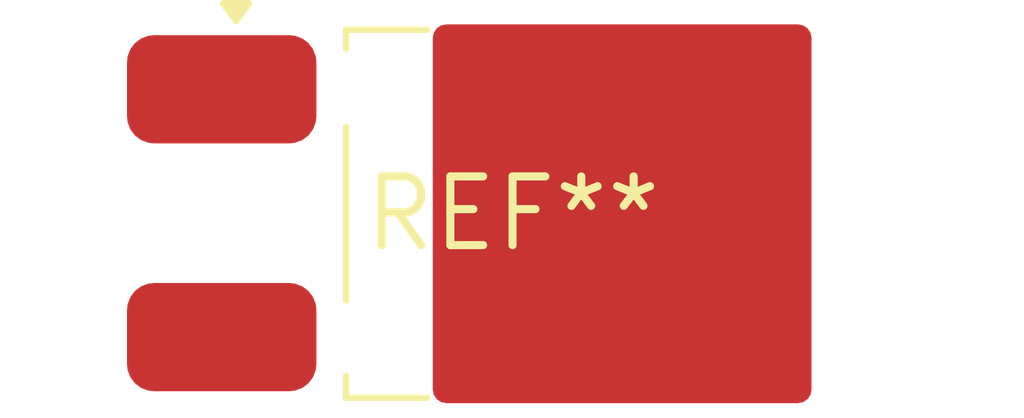
<source format=kicad_pcb>
(kicad_pcb (version 20240108) (generator pcbnew)
  (layers (0 "F.Cu" signal) (31 "B.Cu" signal) (34 "B.Paste" user) (35 "F.Paste" user) (36 "B.SilkS" user "B.Silkscreen") (37 "F.SilkS" user "F.Silkscreen") (38 "B.Mask" user) (39 "F.Mask" user) (44 "Edge.Cuts" user))
  (net 0 "")
  (footprint "TO-252-2_TabPin1" (layer "F.Cu") (at 0 0)
    (property "Reference" "REF**")
    (property "Value" "TO-252-2_TabPin1")
    (fp_line (start -3.075 -3.4) (end -1.575 -3.4) (layer "F.SilkS") (stroke (width 0.12)))
    (fp_line (start -3.075 -3.05) (end -3.075 -3.4) (layer "F.SilkS") (stroke (width 0.12)))
    (fp_line (start -3.075 1.6) (end -3.075 -1.6) (layer "F.SilkS") (stroke (width 0.12)))
    (fp_line (start -3.075 3.4) (end -3.075 3) (layer "F.SilkS") (stroke (width 0.12)))
    (fp_line (start -1.575 3.4) (end -3.075 3.4) (layer "F.SilkS") (stroke (width 0.12)))
    (fp_poly (pts (xy -5.11 -3.56) (xy -5.35 -3.89) (xy -4.87 -3.89) (xy -5.11 -3.56)) (layer "F.SilkS") (stroke (width 0.12)) (fill solid))
    (pad "1" smd roundrect (at -5.375 -2.3) (size 3.5 2) (layers "F.Cu" "F.Paste" "F.Mask"))
    (pad "1" smd roundrect (at 2.025 0) (size 7 7) (layers "F.Cu" "F.Mask") (roundrect_rratio 0.03571428571))
    (pad "2" smd roundrect (at -5.375 2.28) (size 3.5 2) (layers "F.Cu" "F.Paste" "F.Mask"))
  )
)
</source>
